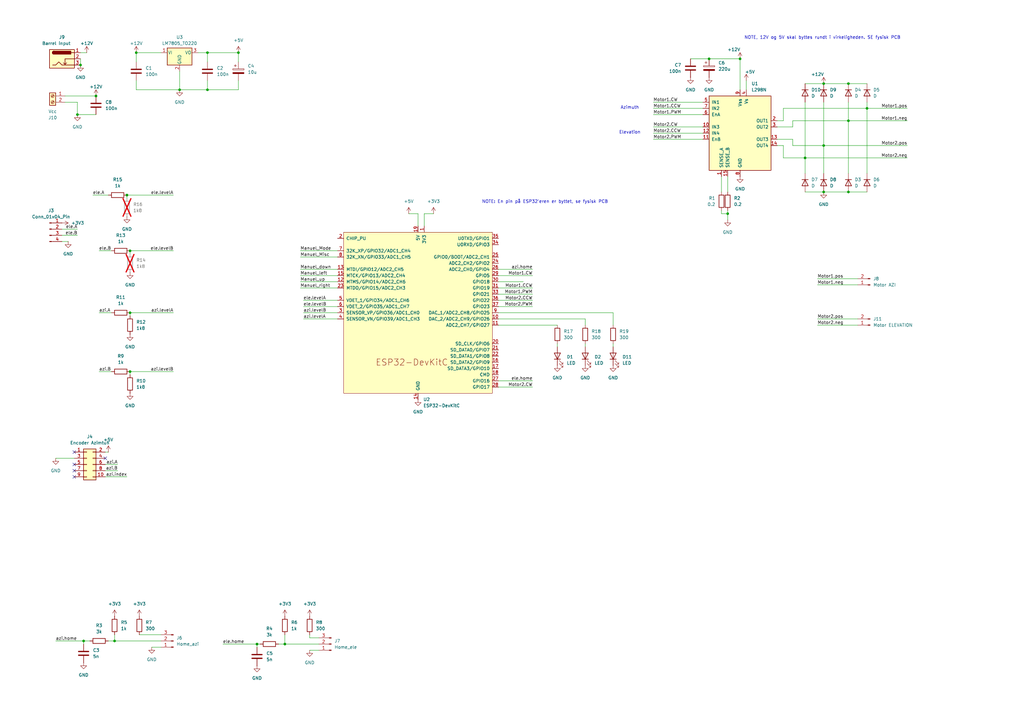
<source format=kicad_sch>
(kicad_sch (version 20250114) (generator "eeschema") (generator_version "9.0")
  (paper "A3")
  (lib_symbols
    (symbol "Connector:Barrel_Jack_Switch_Pin3Ring" (pin_names (hide yes))
      (property "Reference" "J" (at 0 5.334 0))
      (property "Value" "Barrel_Jack_Switch_Pin3Ring" (at 0 -5.08 0))
      (symbol "Barrel_Jack_Switch_Pin3Ring_0_1"
        (rectangle (start -5.08 3.81) (end 5.08 -3.81) (stroke (width 0.254)) (fill (type background)))
        (polyline (pts (xy -3.81 -2.54) (xy -2.54 -2.54) (xy -1.27 -1.27) (xy 0 -2.54) (xy 2.54 -2.54) (xy 5.08 -2.54)) (stroke (width 0.254)))
        (arc (start -3.302 1.905) (mid -3.9342 2.54) (end -3.302 3.175) (stroke (width 0.254)))
        (arc (start -3.302 1.905) (mid -3.9342 2.54) (end -3.302 3.175) (stroke (width 0.254)) (fill (type outline)))
        (polyline (pts (xy 1.27 -2.286) (xy 1.905 -1.651)) (stroke (width 0.254)))
        (rectangle (start 3.683 3.175) (end -3.302 1.905) (stroke (width 0.254)) (fill (type outline)))
        (polyline (pts (xy 5.08 2.54) (xy 3.81 2.54)) (stroke (width 0.254)))
        (polyline (pts (xy 5.08 0) (xy 1.27 0) (xy 1.27 -2.286) (xy 0.635 -1.651)) (stroke (width 0.254)))
      )
      (symbol "Barrel_Jack_Switch_Pin3Ring_1_1"
        (pin passive line (at 7.62 2.54 180) (length 2.54) (name "~") (number "1"))
        (pin passive line (at 7.62 0 180) (length 2.54) (name "~") (number "2"))
        (pin passive line (at 7.62 -2.54 180) (length 2.54) (name "~") (number "3"))
      )
    )
    (symbol "Connector:Conn_01x02_Pin" (pin_names (offset 1.016) (hide yes))
      (property "Reference" "J" (at 0 2.54 0))
      (property "Value" "Conn_01x02_Pin" (at 0 -5.08 0))
      (symbol "Conn_01x02_Pin_1_1"
        (rectangle (start 0.8636 0.127) (end 0 -0.127) (stroke (width 0.1524)) (fill (type outline)))
        (rectangle (start 0.8636 -2.413) (end 0 -2.667) (stroke (width 0.1524)) (fill (type outline)))
        (polyline (pts (xy 1.27 0) (xy 0.8636 0)) (stroke (width 0.1524)))
        (polyline (pts (xy 1.27 -2.54) (xy 0.8636 -2.54)) (stroke (width 0.1524)))
        (pin passive line (at 5.08 0 180) (length 3.81) (name "Pin_1") (number "1"))
        (pin passive line (at 5.08 -2.54 180) (length 3.81) (name "Pin_2") (number "2"))
      )
    )
    (symbol "Connector:Conn_01x03_Pin" (pin_names (offset 1.016) (hide yes))
      (property "Reference" "J" (at 0 5.08 0))
      (property "Value" "Conn_01x03_Pin" (at 0 -5.08 0))
      (symbol "Conn_01x03_Pin_1_1"
        (rectangle (start 0.8636 2.667) (end 0 2.413) (stroke (width 0.1524)) (fill (type outline)))
        (rectangle (start 0.8636 0.127) (end 0 -0.127) (stroke (width 0.1524)) (fill (type outline)))
        (rectangle (start 0.8636 -2.413) (end 0 -2.667) (stroke (width 0.1524)) (fill (type outline)))
        (polyline (pts (xy 1.27 2.54) (xy 0.8636 2.54)) (stroke (width 0.1524)))
        (polyline (pts (xy 1.27 0) (xy 0.8636 0)) (stroke (width 0.1524)))
        (polyline (pts (xy 1.27 -2.54) (xy 0.8636 -2.54)) (stroke (width 0.1524)))
        (pin passive line (at 5.08 2.54 180) (length 3.81) (name "Pin_1") (number "1"))
        (pin passive line (at 5.08 0 180) (length 3.81) (name "Pin_2") (number "2"))
        (pin passive line (at 5.08 -2.54 180) (length 3.81) (name "Pin_3") (number "3"))
      )
    )
    (symbol "Connector:Conn_01x04_Pin" (pin_names (offset 1.016) (hide yes))
      (property "Reference" "J" (at 0 5.08 0))
      (property "Value" "Conn_01x04_Pin" (at 0 -7.62 0))
      (symbol "Conn_01x04_Pin_1_1"
        (rectangle (start 0.8636 2.667) (end 0 2.413) (stroke (width 0.1524)) (fill (type outline)))
        (rectangle (start 0.8636 0.127) (end 0 -0.127) (stroke (width 0.1524)) (fill (type outline)))
        (rectangle (start 0.8636 -2.413) (end 0 -2.667) (stroke (width 0.1524)) (fill (type outline)))
        (rectangle (start 0.8636 -4.953) (end 0 -5.207) (stroke (width 0.1524)) (fill (type outline)))
        (polyline (pts (xy 1.27 2.54) (xy 0.8636 2.54)) (stroke (width 0.1524)))
        (polyline (pts (xy 1.27 0) (xy 0.8636 0)) (stroke (width 0.1524)))
        (polyline (pts (xy 1.27 -2.54) (xy 0.8636 -2.54)) (stroke (width 0.1524)))
        (polyline (pts (xy 1.27 -5.08) (xy 0.8636 -5.08)) (stroke (width 0.1524)))
        (pin passive line (at 5.08 2.54 180) (length 3.81) (name "Pin_1") (number "1"))
        (pin passive line (at 5.08 0 180) (length 3.81) (name "Pin_2") (number "2"))
        (pin passive line (at 5.08 -2.54 180) (length 3.81) (name "Pin_3") (number "3"))
        (pin passive line (at 5.08 -5.08 180) (length 3.81) (name "Pin_4") (number "4"))
      )
    )
    (symbol "Connector:Screw_Terminal_01x02" (pin_names (offset 1.016) (hide yes))
      (property "Reference" "J" (at 0 2.54 0))
      (property "Value" "Screw_Terminal_01x02" (at 0 -5.08 0))
      (symbol "Screw_Terminal_01x02_1_1"
        (rectangle (start -1.27 1.27) (end 1.27 -3.81) (stroke (width 0.254)) (fill (type background)))
        (polyline (pts (xy -0.5334 0.3302) (xy 0.3302 -0.508)) (stroke (width 0.1524)))
        (polyline (pts (xy -0.5334 -2.2098) (xy 0.3302 -3.048)) (stroke (width 0.1524)))
        (polyline (pts (xy -0.3556 0.508) (xy 0.508 -0.3302)) (stroke (width 0.1524)))
        (polyline (pts (xy -0.3556 -2.032) (xy 0.508 -2.8702)) (stroke (width 0.1524)))
        (circle (center 0 0) (radius 0.635) (stroke (width 0.1524)))
        (circle (center 0 -2.54) (radius 0.635) (stroke (width 0.1524)))
        (pin passive line (at -5.08 0 0) (length 3.81) (name "Pin_1") (number "1"))
        (pin passive line (at -5.08 -2.54 0) (length 3.81) (name "Pin_2") (number "2"))
      )
    )
    (symbol "Connector_Generic:Conn_02x05_Odd_Even" (pin_names (offset 1.016) (hide yes))
      (property "Reference" "J" (at 1.27 7.62 0))
      (property "Value" "Conn_02x05_Odd_Even" (at 1.27 -7.62 0))
      (symbol "Conn_02x05_Odd_Even_1_1"
        (rectangle (start -1.27 6.35) (end 3.81 -6.35) (stroke (width 0.254)) (fill (type background)))
        (rectangle (start -1.27 5.207) (end 0 4.953) (stroke (width 0.1524)))
        (rectangle (start -1.27 2.667) (end 0 2.413) (stroke (width 0.1524)))
        (rectangle (start -1.27 0.127) (end 0 -0.127) (stroke (width 0.1524)))
        (rectangle (start -1.27 -2.413) (end 0 -2.667) (stroke (width 0.1524)))
        (rectangle (start -1.27 -4.953) (end 0 -5.207) (stroke (width 0.1524)))
        (rectangle (start 3.81 5.207) (end 2.54 4.953) (stroke (width 0.1524)))
        (rectangle (start 3.81 2.667) (end 2.54 2.413) (stroke (width 0.1524)))
        (rectangle (start 3.81 0.127) (end 2.54 -0.127) (stroke (width 0.1524)))
        (rectangle (start 3.81 -2.413) (end 2.54 -2.667) (stroke (width 0.1524)))
        (rectangle (start 3.81 -4.953) (end 2.54 -5.207) (stroke (width 0.1524)))
        (pin passive line (at -5.08 5.08 0) (length 3.81) (name "Pin_1") (number "1"))
        (pin passive line (at -5.08 2.54 0) (length 3.81) (name "Pin_3") (number "3"))
        (pin passive line (at -5.08 0 0) (length 3.81) (name "Pin_5") (number "5"))
        (pin passive line (at -5.08 -2.54 0) (length 3.81) (name "Pin_7") (number "7"))
        (pin passive line (at -5.08 -5.08 0) (length 3.81) (name "Pin_9") (number "9"))
        (pin passive line (at 7.62 5.08 180) (length 3.81) (name "Pin_2") (number "2"))
        (pin passive line (at 7.62 2.54 180) (length 3.81) (name "Pin_4") (number "4"))
        (pin passive line (at 7.62 0 180) (length 3.81) (name "Pin_6") (number "6"))
        (pin passive line (at 7.62 -2.54 180) (length 3.81) (name "Pin_8") (number "8"))
        (pin passive line (at 7.62 -5.08 180) (length 3.81) (name "Pin_10") (number "10"))
      )
    )
    (symbol "Device:C" (pin_numbers (hide yes)) (pin_names (offset 0.254))
      (property "Reference" "C" (at 0.635 2.54 0))
      (property "Value" "C" (at 0.635 -2.54 0))
      (symbol "C_0_1"
        (polyline (pts (xy -2.032 0.762) (xy 2.032 0.762)) (stroke (width 0.508)))
        (polyline (pts (xy -2.032 -0.762) (xy 2.032 -0.762)) (stroke (width 0.508)))
      )
      (symbol "C_1_1"
        (pin passive line (at 0 3.81 270) (length 2.794) (name "~") (number "1"))
        (pin passive line (at 0 -3.81 90) (length 2.794) (name "~") (number "2"))
      )
    )
    (symbol "Device:C_Polarized" (pin_numbers (hide yes)) (pin_names (offset 0.254))
      (property "Reference" "C" (at 0.635 2.54 0))
      (property "Value" "C_Polarized" (at 0.635 -2.54 0))
      (symbol "C_Polarized_0_1"
        (rectangle (start -2.286 0.508) (end 2.286 1.016))
        (polyline (pts (xy -1.778 2.286) (xy -0.762 2.286)))
        (polyline (pts (xy -1.27 2.794) (xy -1.27 1.778)))
        (rectangle (start 2.286 -0.508) (end -2.286 -1.016) (fill (type outline)))
      )
      (symbol "C_Polarized_1_1"
        (pin passive line (at 0 3.81 270) (length 2.794) (name "~") (number "1"))
        (pin passive line (at 0 -3.81 90) (length 2.794) (name "~") (number "2"))
      )
    )
    (symbol "Device:D" (pin_numbers (hide yes)) (pin_names (offset 1.016) (hide yes))
      (property "Reference" "D" (at 0 2.54 0))
      (property "Value" "D" (at 0 -2.54 0))
      (symbol "D_0_1"
        (polyline (pts (xy -1.27 1.27) (xy -1.27 -1.27)) (stroke (width 0.254)))
        (polyline (pts (xy 1.27 1.27) (xy 1.27 -1.27) (xy -1.27 0) (xy 1.27 1.27)) (stroke (width 0.254)))
        (polyline (pts (xy 1.27 0) (xy -1.27 0)))
      )
      (symbol "D_1_1"
        (pin passive line (at -3.81 0 0) (length 2.54) (name "K") (number "1"))
        (pin passive line (at 3.81 0 180) (length 2.54) (name "A") (number "2"))
      )
    )
    (symbol "Device:LED" (pin_numbers (hide yes)) (pin_names (offset 1.016) (hide yes))
      (property "Reference" "D" (at 0 2.54 0))
      (property "Value" "LED" (at 0 -2.54 0))
      (symbol "LED_0_1"
        (polyline (pts (xy -3.048 -0.762) (xy -4.572 -2.286) (xy -3.81 -2.286) (xy -4.572 -2.286) (xy -4.572 -1.524)))
        (polyline (pts (xy -1.778 -0.762) (xy -3.302 -2.286) (xy -2.54 -2.286) (xy -3.302 -2.286) (xy -3.302 -1.524)))
        (polyline (pts (xy -1.27 0) (xy 1.27 0)))
        (polyline (pts (xy -1.27 -1.27) (xy -1.27 1.27)) (stroke (width 0.254)))
        (polyline (pts (xy 1.27 -1.27) (xy 1.27 1.27) (xy -1.27 0) (xy 1.27 -1.27)) (stroke (width 0.254)))
      )
      (symbol "LED_1_1"
        (pin passive line (at -3.81 0 0) (length 2.54) (name "K") (number "1"))
        (pin passive line (at 3.81 0 180) (length 2.54) (name "A") (number "2"))
      )
    )
    (symbol "Device:R" (pin_numbers (hide yes)) (pin_names (offset 0))
      (property "Reference" "R" (at 2.032 0 90))
      (property "Value" "R" (at 0 0 90))
      (symbol "R_0_1"
        (rectangle (start -1.016 -2.54) (end 1.016 2.54) (stroke (width 0.254)))
      )
      (symbol "R_1_1"
        (pin passive line (at 0 3.81 270) (length 1.27) (name "~") (number "1"))
        (pin passive line (at 0 -3.81 90) (length 1.27) (name "~") (number "2"))
      )
    )
    (symbol "Driver_Motor:L298N" (pin_names (offset 1.016))
      (property "Reference" "U" (at -10.16 16.51 0))
      (property "Value" "L298N" (at 12.7 16.51 0))
      (symbol "L298N_0_1"
        (rectangle (start -12.7 15.24) (end 12.7 -15.24) (stroke (width 0.254)) (fill (type background)))
      )
      (symbol "L298N_1_1"
        (pin input line (at -15.24 12.7 0) (length 2.54) (name "IN1") (number "5"))
        (pin input line (at -15.24 10.16 0) (length 2.54) (name "IN2") (number "7"))
        (pin input line (at -15.24 7.62 0) (length 2.54) (name "EnA") (number "6"))
        (pin input line (at -15.24 2.54 0) (length 2.54) (name "IN3") (number "10"))
        (pin input line (at -15.24 0 0) (length 2.54) (name "IN4") (number "12"))
        (pin input line (at -15.24 -2.54 0) (length 2.54) (name "EnB") (number "11"))
        (pin power_in line (at -7.62 -17.78 90) (length 2.54) (name "SENSE_A") (number "1"))
        (pin power_in line (at -5.08 -17.78 90) (length 2.54) (name "SENSE_B") (number "15"))
        (pin power_in line (at 0 17.78 270) (length 2.54) (name "Vss") (number "9"))
        (pin power_in line (at 0 -17.78 90) (length 2.54) (name "GND") (number "8"))
        (pin power_in line (at 2.54 17.78 270) (length 2.54) (name "Vs") (number "4"))
        (pin output line (at 15.24 5.08 180) (length 2.54) (name "OUT1") (number "2"))
        (pin output line (at 15.24 2.54 180) (length 2.54) (name "OUT2") (number "3"))
        (pin output line (at 15.24 -2.54 180) (length 2.54) (name "OUT3") (number "13"))
        (pin output line (at 15.24 -5.08 180) (length 2.54) (name "OUT4") (number "14"))
      )
    )
    (symbol "PCM_Espressif:ESP32-DevKitC" (pin_names (offset 1.016))
      (property "Reference" "U" (at -30.48 38.1 0))
      (property "Value" "ESP32-DevKitC" (at -30.48 35.56 0))
      (symbol "ESP32-DevKitC_0_0"
        (text "ESP32-DevKitC" (at -2.54 -20.32 0) (effects (font (size 2.54 2.54))))
        (pin power_in line (at 0 35.56 270) (length 2.54) (name "5V") (number "19"))
        (pin power_in line (at 0 -35.56 90) (length 2.54) (name "GND") (number "14"))
      )
      (symbol "ESP32-DevKitC_0_1"
        (rectangle (start -30.48 33.02) (end 30.48 -33.02) (fill (type background)))
      )
      (symbol "ESP32-DevKitC_1_1"
        (pin input line (at -33.02 30.48 0) (length 2.54) (name "CHIP_PU") (number "2"))
        (pin bidirectional line (at -33.02 25.4 0) (length 2.54) (name "32K_XP/GPIO32/ADC1_CH4") (number "7"))
        (pin bidirectional line (at -33.02 22.86 0) (length 2.54) (name "32K_XN/GPIO33/ADC1_CH5") (number "8"))
        (pin bidirectional line (at -33.02 17.78 0) (length 2.54) (name "MTDI/GPIO12/ADC2_CH5") (number "13"))
        (pin bidirectional line (at -33.02 15.24 0) (length 2.54) (name "MTCK/GPIO13/ADC2_CH4") (number "15"))
        (pin bidirectional line (at -33.02 12.7 0) (length 2.54) (name "MTMS/GPIO14/ADC2_CH6") (number "12"))
        (pin bidirectional line (at -33.02 10.16 0) (length 2.54) (name "MTDO/GPIO15/ADC2_CH3") (number "23"))
        (pin input line (at -33.02 5.08 0) (length 2.54) (name "VDET_1/GPIO34/ADC1_CH6") (number "5"))
        (pin input line (at -33.02 2.54 0) (length 2.54) (name "VDET_2/GPIO35/ADC1_CH7") (number "6"))
        (pin input line (at -33.02 0 0) (length 2.54) (name "SENSOR_VP/GPIO36/ADC1_CH0") (number "3"))
        (pin input line (at -33.02 -2.54 0) (length 2.54) (name "SENSOR_VN/GPIO39/ADC1_CH3") (number "4"))
        (pin passive line (at 0 -35.56 90) (length 2.54) (hide yes) (name "GND") (number "32"))
        (pin passive line (at 0 -35.56 90) (length 2.54) (hide yes) (name "GND") (number "38"))
        (pin power_in line (at 2.54 35.56 270) (length 2.54) (name "3V3") (number "1"))
        (pin bidirectional line (at 33.02 30.48 180) (length 2.54) (name "U0TXD/GPIO1") (number "35"))
        (pin bidirectional line (at 33.02 27.94 180) (length 2.54) (name "U0RXD/GPIO3") (number "34"))
        (pin bidirectional line (at 33.02 22.86 180) (length 2.54) (name "GPIO0/BOOT/ADC2_CH1") (number "25"))
        (pin bidirectional line (at 33.02 20.32 180) (length 2.54) (name "ADC2_CH2/GPIO2") (number "24"))
        (pin bidirectional line (at 33.02 17.78 180) (length 2.54) (name "ADC2_CH0/GPIO4") (number "26"))
        (pin bidirectional line (at 33.02 15.24 180) (length 2.54) (name "GPIO5") (number "29"))
        (pin bidirectional line (at 33.02 12.7 180) (length 2.54) (name "GPIO18") (number "30"))
        (pin bidirectional line (at 33.02 10.16 180) (length 2.54) (name "GPIO19") (number "31"))
        (pin bidirectional line (at 33.02 7.62 180) (length 2.54) (name "GPIO21") (number "33"))
        (pin bidirectional line (at 33.02 5.08 180) (length 2.54) (name "GPIO22") (number "36"))
        (pin bidirectional line (at 33.02 2.54 180) (length 2.54) (name "GPIO23") (number "37"))
        (pin bidirectional line (at 33.02 0 180) (length 2.54) (name "DAC_1/ADC2_CH8/GPIO25") (number "9"))
        (pin bidirectional line (at 33.02 -2.54 180) (length 2.54) (name "DAC_2/ADC2_CH9/GPIO26") (number "10"))
        (pin bidirectional line (at 33.02 -5.08 180) (length 2.54) (name "ADC2_CH7/GPIO27") (number "11"))
        (pin bidirectional line (at 33.02 -12.7 180) (length 2.54) (name "SD_CLK/GPIO6") (number "20"))
        (pin bidirectional line (at 33.02 -15.24 180) (length 2.54) (name "SD_DATA0/GPIO7") (number "21"))
        (pin bidirectional line (at 33.02 -17.78 180) (length 2.54) (name "SD_DATA1/GPIO8") (number "22"))
        (pin bidirectional line (at 33.02 -20.32 180) (length 2.54) (name "SD_DATA2/GPIO9") (number "16"))
        (pin bidirectional line (at 33.02 -22.86 180) (length 2.54) (name "SD_DATA3/GPIO10") (number "17"))
        (pin bidirectional line (at 33.02 -25.4 180) (length 2.54) (name "CMD") (number "18"))
        (pin bidirectional line (at 33.02 -27.94 180) (length 2.54) (name "GPIO16") (number "27"))
        (pin bidirectional line (at 33.02 -30.48 180) (length 2.54) (name "GPIO17") (number "28"))
      )
    )
    (symbol "Regulator_Linear:LM7805_TO220" (pin_names (offset 0.254))
      (property "Reference" "U" (at -3.81 3.175 0))
      (property "Value" "LM7805_TO220" (at 0 3.175 0))
      (symbol "LM7805_TO220_0_1"
        (rectangle (start -5.08 1.905) (end 5.08 -5.08) (stroke (width 0.254)) (fill (type background)))
      )
      (symbol "LM7805_TO220_1_1"
        (pin power_in line (at -7.62 0 0) (length 2.54) (name "VI") (number "1"))
        (pin power_in line (at 0 -7.62 90) (length 2.54) (name "GND") (number "2"))
        (pin power_out line (at 7.62 0 180) (length 2.54) (name "VO") (number "3"))
      )
    )
    (symbol "power:+12V" (power) (pin_numbers (hide yes)) (pin_names (offset 0) (hide yes))
      (property "Value" "+12V" (at 0 3.556 0))
      (symbol "+12V_0_1"
        (polyline (pts (xy -0.762 1.27) (xy 0 2.54)))
        (polyline (pts (xy 0 2.54) (xy 0.762 1.27)))
        (polyline (pts (xy 0 0) (xy 0 2.54)))
      )
      (symbol "+12V_1_1"
        (pin power_in line (at 0 0 90) (length 0) (name "~") (number "1"))
      )
    )
    (symbol "power:+3V3" (power) (pin_numbers (hide yes)) (pin_names (offset 0) (hide yes))
      (property "Value" "+3V3" (at 0 3.556 0))
      (symbol "+3V3_0_1"
        (polyline (pts (xy -0.762 1.27) (xy 0 2.54)))
        (polyline (pts (xy 0 2.54) (xy 0.762 1.27)))
        (polyline (pts (xy 0 0) (xy 0 2.54)))
      )
      (symbol "+3V3_1_1"
        (pin power_in line (at 0 0 90) (length 0) (name "~") (number "1"))
      )
    )
    (symbol "power:+5V" (power) (pin_numbers (hide yes)) (pin_names (offset 0) (hide yes))
      (property "Value" "+5V" (at 0 3.556 0))
      (symbol "+5V_0_1"
        (polyline (pts (xy -0.762 1.27) (xy 0 2.54)))
        (polyline (pts (xy 0 2.54) (xy 0.762 1.27)))
        (polyline (pts (xy 0 0) (xy 0 2.54)))
      )
      (symbol "+5V_1_1"
        (pin power_in line (at 0 0 90) (length 0) (name "~") (number "1"))
      )
    )
    (symbol "power:GND" (power) (pin_numbers (hide yes)) (pin_names (offset 0) (hide yes))
      (property "Value" "GND" (at 0 -3.81 0))
      (symbol "GND_0_1"
        (polyline (pts (xy 0 0) (xy 0 -1.27) (xy 1.27 -1.27) (xy 0 -2.54) (xy -1.27 -1.27) (xy 0 -1.27)))
      )
      (symbol "GND_1_1"
        (pin power_in line (at 0 0 270) (length 0) (name "~") (number "1"))
      )
    )
  )
  (text "NOTE, 12V og 5V skal byttes rundt i virkeligheden. SE fysisk PCB\n" (at 337.312 15.494 0) (effects (font (size 1.27 1.27))))
  (text "NOTE: En pin på ESP32'eren er byttet, se fysisk PCB\n" (at 223.52 82.804 0) (effects (font (size 1.27 1.27))))
  (text "Azimuth\n" (at 258.318 44.196 0) (effects (font (size 1.27 1.27))))
  (text "Elevation\n" (at 258.318 54.356 0) (effects (font (size 1.27 1.27))))
  (junction (at 85.09 21.59))
  (junction (at 105.41 264.16))
  (junction (at 85.09 36.83))
  (junction (at 39.37 39.37))
  (junction (at 31.75 46.99))
  (junction (at 53.34 128.27))
  (junction (at 355.6 44.45))
  (junction (at 347.98 78.74))
  (junction (at 34.29 262.89))
  (junction (at 347.98 34.29))
  (junction (at 73.66 36.83))
  (junction (at 116.84 264.16))
  (junction (at 347.98 49.53))
  (junction (at 52.07 80.01))
  (junction (at 53.34 152.4))
  (junction (at 337.82 34.29))
  (junction (at 55.88 21.59))
  (junction (at 53.34 102.87))
  (junction (at 337.82 78.74))
  (junction (at 46.99 262.89))
  (junction (at 337.82 59.69))
  (junction (at 97.79 21.59))
  (junction (at 290.83 24.13))
  (junction (at 303.53 24.13))
  (junction (at 298.45 87.63))
  (junction (at 330.2 64.77))
  (junction (at 33.02 26.67))
  (no_connect (at 30.48 193.04))
  (no_connect (at 43.18 187.96))
  (no_connect (at 30.48 190.5))
  (no_connect (at 30.48 195.58))
  (no_connect (at 30.48 185.42))
  (wire (pts (xy 298.45 72.39) (xy 298.45 78.74)))
  (wire (pts (xy 73.66 36.83) (xy 73.66 29.21)))
  (wire (pts (xy 53.34 152.4) (xy 53.34 153.67)))
  (wire (pts (xy 335.28 116.84) (xy 351.79 116.84)))
  (wire (pts (xy 330.2 34.29) (xy 337.82 34.29)))
  (wire (pts (xy 53.34 152.4) (xy 71.12 152.4)))
  (wire (pts (xy 298.45 87.63) (xy 295.91 87.63)))
  (wire (pts (xy 171.45 87.63) (xy 171.45 92.71)))
  (wire (pts (xy 27.94 99.06) (xy 25.4 99.06)))
  (wire (pts (xy 318.77 52.07) (xy 325.12 52.07)))
  (wire (pts (xy 124.46 130.81) (xy 138.43 130.81)))
  (wire (pts (xy 335.28 130.81) (xy 351.79 130.81)))
  (wire (pts (xy 123.19 115.57) (xy 138.43 115.57)))
  (wire (pts (xy 306.07 33.02) (xy 306.07 36.83)))
  (wire (pts (xy 240.03 130.81) (xy 240.03 133.35)))
  (wire (pts (xy 123.19 105.41) (xy 138.43 105.41)))
  (wire (pts (xy 123.19 110.49) (xy 138.43 110.49)))
  (wire (pts (xy 173.99 87.63) (xy 173.99 92.71)))
  (wire (pts (xy 43.18 190.5) (xy 48.26 190.5)))
  (wire (pts (xy 62.23 265.43) (xy 66.04 265.43)))
  (wire (pts (xy 43.18 193.04) (xy 48.26 193.04)))
  (wire (pts (xy 240.03 140.97) (xy 240.03 142.24)))
  (wire (pts (xy 204.47 120.65) (xy 218.44 120.65)))
  (wire (pts (xy 127 266.7) (xy 130.81 266.7)))
  (wire (pts (xy 105.41 264.16) (xy 105.41 265.43)))
  (wire (pts (xy 330.2 41.91) (xy 330.2 64.77)))
  (wire (pts (xy 85.09 21.59) (xy 97.79 21.59)))
  (wire (pts (xy 325.12 59.69) (xy 325.12 57.15)))
  (wire (pts (xy 31.75 46.99) (xy 31.75 41.91)))
  (wire (pts (xy 330.2 71.12) (xy 330.2 64.77)))
  (wire (pts (xy 22.86 187.96) (xy 30.48 187.96)))
  (wire (pts (xy 355.6 44.45) (xy 372.11 44.45)))
  (wire (pts (xy 124.46 123.19) (xy 138.43 123.19)))
  (wire (pts (xy 114.3 264.16) (xy 116.84 264.16)))
  (wire (pts (xy 53.34 128.27) (xy 71.12 128.27)))
  (wire (pts (xy 347.98 78.74) (xy 355.6 78.74)))
  (wire (pts (xy 85.09 33.02) (xy 85.09 36.83)))
  (wire (pts (xy 355.6 41.91) (xy 355.6 44.45)))
  (wire (pts (xy 31.75 41.91) (xy 26.67 41.91)))
  (wire (pts (xy 33.02 24.13) (xy 33.02 26.67)))
  (wire (pts (xy 337.82 34.29) (xy 347.98 34.29)))
  (wire (pts (xy 321.31 64.77) (xy 330.2 64.77)))
  (wire (pts (xy 66.04 262.89) (xy 46.99 262.89)))
  (wire (pts (xy 53.34 102.87) (xy 71.12 102.87)))
  (wire (pts (xy 228.6 140.97) (xy 228.6 142.24)))
  (wire (pts (xy 325.12 59.69) (xy 337.82 59.69)))
  (wire (pts (xy 52.07 80.01) (xy 52.07 81.28)))
  (wire (pts (xy 81.28 21.59) (xy 85.09 21.59)))
  (wire (pts (xy 177.8 87.63) (xy 173.99 87.63)))
  (wire (pts (xy 57.15 260.35) (xy 66.04 260.35)))
  (wire (pts (xy 321.31 59.69) (xy 321.31 64.77)))
  (wire (pts (xy 91.44 264.16) (xy 105.41 264.16)))
  (wire (pts (xy 55.88 36.83) (xy 73.66 36.83)))
  (wire (pts (xy 298.45 86.36) (xy 298.45 87.63)))
  (wire (pts (xy 337.82 59.69) (xy 337.82 71.12)))
  (wire (pts (xy 123.19 113.03) (xy 138.43 113.03)))
  (wire (pts (xy 167.64 87.63) (xy 171.45 87.63)))
  (wire (pts (xy 325.12 57.15) (xy 318.77 57.15)))
  (wire (pts (xy 267.97 41.91) (xy 288.29 41.91)))
  (wire (pts (xy 218.44 123.19) (xy 204.47 123.19)))
  (wire (pts (xy 204.47 158.75) (xy 218.44 158.75)))
  (wire (pts (xy 251.46 128.27) (xy 251.46 133.35)))
  (wire (pts (xy 267.97 44.45) (xy 288.29 44.45)))
  (wire (pts (xy 55.88 21.59) (xy 55.88 25.4)))
  (wire (pts (xy 303.53 24.13) (xy 303.53 36.83)))
  (wire (pts (xy 116.84 264.16) (xy 116.84 260.35)))
  (wire (pts (xy 123.19 102.87) (xy 138.43 102.87)))
  (wire (pts (xy 26.67 39.37) (xy 39.37 39.37)))
  (wire (pts (xy 22.86 262.89) (xy 34.29 262.89)))
  (wire (pts (xy 347.98 49.53) (xy 372.11 49.53)))
  (wire (pts (xy 204.47 128.27) (xy 251.46 128.27)))
  (wire (pts (xy 34.29 262.89) (xy 34.29 264.16)))
  (wire (pts (xy 44.45 185.42) (xy 43.18 185.42)))
  (wire (pts (xy 204.47 115.57) (xy 214.63 115.57)))
  (wire (pts (xy 204.47 156.21) (xy 218.44 156.21)))
  (wire (pts (xy 337.82 59.69) (xy 372.11 59.69)))
  (wire (pts (xy 321.31 49.53) (xy 321.31 44.45)))
  (wire (pts (xy 218.44 125.73) (xy 204.47 125.73)))
  (wire (pts (xy 318.77 59.69) (xy 321.31 59.69)))
  (wire (pts (xy 43.18 195.58) (xy 52.07 195.58)))
  (wire (pts (xy 55.88 21.59) (xy 66.04 21.59)))
  (wire (pts (xy 123.19 118.11) (xy 138.43 118.11)))
  (wire (pts (xy 283.21 24.13) (xy 290.83 24.13)))
  (wire (pts (xy 290.83 24.13) (xy 303.53 24.13)))
  (wire (pts (xy 204.47 133.35) (xy 228.6 133.35)))
  (wire (pts (xy 40.64 102.87) (xy 45.72 102.87)))
  (wire (pts (xy 105.41 264.16) (xy 106.68 264.16)))
  (wire (pts (xy 298.45 87.63) (xy 298.45 90.17)))
  (wire (pts (xy 55.88 33.02) (xy 55.88 36.83)))
  (wire (pts (xy 46.99 260.35) (xy 46.99 262.89)))
  (wire (pts (xy 355.6 44.45) (xy 355.6 71.12)))
  (wire (pts (xy 335.28 133.35) (xy 351.79 133.35)))
  (wire (pts (xy 347.98 71.12) (xy 347.98 49.53)))
  (wire (pts (xy 337.82 41.91) (xy 337.82 59.69)))
  (wire (pts (xy 204.47 110.49) (xy 218.44 110.49)))
  (wire (pts (xy 325.12 49.53) (xy 347.98 49.53)))
  (wire (pts (xy 335.28 114.3) (xy 351.79 114.3)))
  (wire (pts (xy 40.64 128.27) (xy 45.72 128.27)))
  (wire (pts (xy 97.79 33.02) (xy 97.79 36.83)))
  (wire (pts (xy 347.98 41.91) (xy 347.98 49.53)))
  (wire (pts (xy 204.47 113.03) (xy 218.44 113.03)))
  (wire (pts (xy 321.31 44.45) (xy 355.6 44.45)))
  (wire (pts (xy 267.97 46.99) (xy 288.29 46.99)))
  (wire (pts (xy 35.56 21.59) (xy 33.02 21.59)))
  (wire (pts (xy 85.09 21.59) (xy 85.09 25.4)))
  (wire (pts (xy 330.2 64.77) (xy 372.11 64.77)))
  (wire (pts (xy 52.07 80.01) (xy 71.12 80.01)))
  (wire (pts (xy 53.34 128.27) (xy 53.34 129.54)))
  (wire (pts (xy 44.45 262.89) (xy 46.99 262.89)))
  (wire (pts (xy 53.34 102.87) (xy 53.34 104.14)))
  (wire (pts (xy 337.82 78.74) (xy 347.98 78.74)))
  (wire (pts (xy 34.29 262.89) (xy 36.83 262.89)))
  (wire (pts (xy 97.79 21.59) (xy 97.79 25.4)))
  (wire (pts (xy 251.46 140.97) (xy 251.46 142.24)))
  (wire (pts (xy 31.75 96.52) (xy 25.4 96.52)))
  (wire (pts (xy 295.91 87.63) (xy 295.91 86.36)))
  (wire (pts (xy 267.97 57.15) (xy 288.29 57.15)))
  (wire (pts (xy 330.2 78.74) (xy 337.82 78.74)))
  (wire (pts (xy 347.98 34.29) (xy 355.6 34.29)))
  (wire (pts (xy 204.47 118.11) (xy 218.44 118.11)))
  (wire (pts (xy 40.64 152.4) (xy 45.72 152.4)))
  (wire (pts (xy 127 261.62) (xy 127 260.35)))
  (wire (pts (xy 124.46 128.27) (xy 138.43 128.27)))
  (wire (pts (xy 31.75 46.99) (xy 39.37 46.99)))
  (wire (pts (xy 295.91 78.74) (xy 295.91 72.39)))
  (wire (pts (xy 85.09 36.83) (xy 97.79 36.83)))
  (wire (pts (xy 318.77 49.53) (xy 321.31 49.53)))
  (wire (pts (xy 116.84 264.16) (xy 130.81 264.16)))
  (wire (pts (xy 38.1 80.01) (xy 44.45 80.01)))
  (wire (pts (xy 267.97 54.61) (xy 288.29 54.61)))
  (wire (pts (xy 124.46 125.73) (xy 138.43 125.73)))
  (wire (pts (xy 204.47 130.81) (xy 240.03 130.81)))
  (wire (pts (xy 73.66 36.83) (xy 85.09 36.83)))
  (wire (pts (xy 325.12 49.53) (xy 325.12 52.07)))
  (wire (pts (xy 31.75 93.98) (xy 25.4 93.98)))
  (wire (pts (xy 267.97 52.07) (xy 288.29 52.07)))
  (wire (pts (xy 130.81 261.62) (xy 127 261.62)))
  (label "ele.levelB" (at 124.46 125.73 0))
  (label "Motor1.neg" (at 372.11 49.53 180))
  (label "ele.levelA" (at 71.12 80.01 180))
  (label "Motor2.pos" (at 335.28 130.81 0))
  (label "Motor2.CCW" (at 218.44 123.19 180))
  (label "Motor2.CW" (at 267.97 52.07 0))
  (label "ele.B" (at 31.75 96.52 180))
  (label "Manuel_Mode" (at 123.19 102.87 0))
  (label "Motor1.neg" (at 335.28 116.84 0))
  (label "Manuel_left" (at 123.19 113.03 0))
  (label "Motor2.pos" (at 372.11 59.69 180))
  (label "Motor1.pos" (at 372.11 44.45 180))
  (label "Manuel_Misc" (at 123.19 105.41 0))
  (label "azi.B" (at 40.64 152.4 0))
  (label "ele.A" (at 38.1 80.01 0))
  (label "azi.levelB" (at 71.12 152.4 180))
  (label "ele.levelB" (at 71.12 102.87 180))
  (label "Manuel_right" (at 123.19 118.11 0))
  (label "azi.A" (at 48.26 190.5 180))
  (label "Motor1.pos" (at 335.28 114.3 0))
  (label "Motor1.CCW" (at 267.97 44.45 0))
  (label "Motor1.CCW" (at 218.44 118.11 180))
  (label "azi.index" (at 52.07 195.58 180))
  (label "ele.A" (at 31.75 93.98 180))
  (label "Motor2.PWM" (at 267.97 57.15 0))
  (label "ele.levelA" (at 124.46 123.19 0))
  (label "Manuel_down" (at 123.19 110.49 0))
  (label "Motor1.CW" (at 267.97 41.91 0))
  (label "azi.A" (at 40.64 128.27 0))
  (label "azi.home" (at 218.44 110.49 180))
  (label "Motor1.CW" (at 218.44 113.03 180))
  (label "Manuel_up" (at 123.19 115.57 0))
  (label "Motor1.PWM" (at 218.44 120.65 180))
  (label "ele.home" (at 91.44 264.16 0))
  (label "ele.B" (at 40.64 102.87 0))
  (label "Motor2.PWM" (at 218.44 125.73 180))
  (label "azi.levelA" (at 124.46 130.81 0))
  (label "azi.levelB" (at 124.46 128.27 0))
  (label "azi.levelA" (at 71.12 128.27 180))
  (label "Motor2.CCW" (at 267.97 54.61 0))
  (label "azi.B" (at 48.26 193.04 180))
  (label "ele.home" (at 218.44 156.21 180))
  (label "Motor1.PWM" (at 267.97 46.99 0))
  (label "Motor2.neg" (at 335.28 133.35 0))
  (label "Motor2.CW" (at 218.44 158.75 180))
  (label "azi.home" (at 22.86 262.89 0))
  (label "Motor2.neg" (at 372.11 64.77 180))
  (symbol (lib_id "Device:D") (at 355.6 74.93 270) (unit 1)
    (property "Reference" "D6" (at 358.14 73.6599 90) (effects (justify left)))
    (property "Value" "D" (at 358.14 76.1999 90) (effects (justify left)))
    (property "Footprint" "Diode_THT:D_A-405_P7.62mm_Horizontal" (effects (hide yes)))
    (property "Description" "Diode" (effects (hide yes)))
  )
  (symbol (lib_id "power:GND") (at 298.45 90.17 0) (unit 1)
    (property "Reference" "#PWR02" (effects (hide yes)))
    (property "Value" "GND" (at 298.45 95.25 0))
    (property "Description" "Power symbol creates a global label with name \"GND\" , ground" (effects (hide yes)))
  )
  (symbol (lib_id "power:+12V") (at 337.82 34.29 0) (unit 1)
    (property "Reference" "#PWR021" (effects (hide yes)))
    (property "Value" "+12V" (at 335.28 30.48 0))
    (property "Description" "Power symbol creates a global label with name \"+12V\"" (effects (hide yes)))
  )
  (symbol (lib_id "power:+12V") (at 303.53 24.13 0) (unit 1)
    (property "Reference" "#PWR03" (effects (hide yes)))
    (property "Value" "+12V" (at 300.99 20.32 0))
    (property "Description" "Power symbol creates a global label with name \"+12V\"" (effects (hide yes)))
  )
  (symbol (lib_id "power:+3V3") (at 177.8 87.63 0) (unit 1)
    (property "Reference" "#PWR028" (effects (hide yes)))
    (property "Value" "+3V3" (at 177.8 82.55 0))
    (property "Description" "Power symbol creates a global label with name \"+3V3\"" (effects (hide yes)))
  )
  (symbol (lib_id "power:GND") (at 22.86 187.96 0) (unit 1)
    (property "Reference" "#PWR033" (effects (hide yes)))
    (property "Value" "GND" (at 22.86 193.04 0))
    (property "Description" "Power symbol creates a global label with name \"GND\" , ground" (effects (hide yes)))
  )
  (symbol (lib_id "power:GND") (at 283.21 31.75 0) (mirror y) (unit 1)
    (property "Reference" "#PWR014" (effects (hide yes)))
    (property "Value" "GND" (at 283.21 36.83 0))
    (property "Description" "Power symbol creates a global label with name \"GND\" , ground" (effects (hide yes)))
  )
  (symbol (lib_id "Device:R") (at 52.07 85.09 180) (unit 1) (dnp yes)
    (property "Reference" "R16" (at 54.61 83.8199 0) (effects (justify right)))
    (property "Value" "1k8" (at 54.61 86.3599 0) (effects (justify right)))
    (property "Footprint" "Resistor_SMD:R_0603_1608Metric" (effects (hide yes)))
    (property "Description" "Resistor" (effects (hide yes)))
  )
  (symbol (lib_id "Device:C") (at 55.88 29.21 0) (unit 1)
    (property "Reference" "C1" (at 59.69 27.9399 0) (effects (justify left)))
    (property "Value" "100n" (at 59.69 30.4799 0) (effects (justify left)))
    (property "Footprint" "Capacitor_THT:C_Rect_L7.0mm_W3.5mm_P5.00mm" (effects (hide yes)))
    (property "Description" "Unpolarized capacitor" (effects (hide yes)))
  )
  (symbol (lib_id "power:GND") (at 27.94 99.06 0) (mirror y) (unit 1)
    (property "Reference" "#PWR032" (effects (hide yes)))
    (property "Value" "GND" (at 27.94 104.14 0))
    (property "Description" "Power symbol creates a global label with name \"GND\" , ground" (effects (hide yes)))
  )
  (symbol (lib_id "Device:R") (at 49.53 128.27 90) (unit 1)
    (property "Reference" "R11" (at 49.53 121.92 90))
    (property "Value" "1k" (at 49.53 124.46 90))
    (property "Footprint" "Resistor_SMD:R_0603_1608Metric" (effects (hide yes)))
    (property "Description" "Resistor" (effects (hide yes)))
  )
  (symbol (lib_id "power:GND") (at 53.34 161.29 0) (mirror y) (unit 1)
    (property "Reference" "#PWR023" (effects (hide yes)))
    (property "Value" "GND" (at 53.34 166.37 0))
    (property "Description" "Power symbol creates a global label with name \"GND\" , ground" (effects (hide yes)))
  )
  (symbol (lib_id "power:+5V") (at 167.64 87.63 0) (unit 1)
    (property "Reference" "#PWR022" (effects (hide yes)))
    (property "Value" "+5V" (at 167.64 82.55 0))
    (property "Description" "Power symbol creates a global label with name \"+5V\"" (effects (hide yes)))
  )
  (symbol (lib_id "Connector:Conn_01x04_Pin") (at 20.32 93.98 0) (unit 1)
    (property "Reference" "J3" (at 20.955 86.36 0))
    (property "Value" "Conn_01x04_Pin" (at 20.955 88.9 0))
    (property "Footprint" "Connector_JST:JST_XH_B4B-XH-AM_1x04_P2.50mm_Vertical" (effects (hide yes)))
    (property "Description" "Generic connector, single row, 01x04, script generated" (effects (hide yes)))
  )
  (symbol (lib_id "power:GND") (at 240.03 149.86 0) (unit 1)
    (property "Reference" "#PWR036" (effects (hide yes)))
    (property "Value" "GND" (at 240.03 154.94 0))
    (property "Description" "Power symbol creates a global label with name \"GND\" , ground" (effects (hide yes)))
  )
  (symbol (lib_id "Device:R") (at 298.45 82.55 0) (unit 1)
    (property "Reference" "R2" (at 300.99 81.2799 0) (effects (justify left)))
    (property "Value" "0.2" (at 300.99 83.8199 0) (effects (justify left)))
    (property "Footprint" "Resistor_THT:R_Axial_DIN0614_L14.3mm_D5.7mm_P20.32mm_Horizontal" (effects (hide yes)))
    (property "Description" "Resistor" (effects (hide yes)))
  )
  (symbol (lib_id "Device:C_Polarized") (at 97.79 29.21 0) (unit 1)
    (property "Reference" "C4" (at 101.6 27.0509 0) (effects (justify left)))
    (property "Value" "10u" (at 101.6 29.5909 0) (effects (justify left)))
    (property "Footprint" "Capacitor_THT:CP_Radial_D5.0mm_P2.50mm" (effects (hide yes)))
    (property "Description" "Polarized capacitor" (effects (hide yes)))
  )
  (symbol (lib_id "Device:C") (at 105.41 269.24 0) (unit 1)
    (property "Reference" "C5" (at 109.22 267.9699 0) (effects (justify left)))
    (property "Value" "5n" (at 109.22 270.5099 0) (effects (justify left)))
    (property "Footprint" "Capacitor_THT:C_Rect_L7.0mm_W2.5mm_P5.00mm" (effects (hide yes)))
    (property "Description" "Unpolarized capacitor" (effects (hide yes)))
  )
  (symbol (lib_id "power:+3V3") (at 46.99 252.73 0) (unit 1)
    (property "Reference" "#PWR029" (effects (hide yes)))
    (property "Value" "+3V3" (at 46.99 247.65 0))
    (property "Description" "Power symbol creates a global label with name \"+3V3\"" (effects (hide yes)))
  )
  (symbol (lib_id "Connector_Generic:Conn_02x05_Odd_Even") (at 35.56 190.5 0) (unit 1)
    (property "Reference" "J4" (at 36.83 179.07 0))
    (property "Value" "Encoder Azimtuh" (at 36.83 181.61 0))
    (property "Footprint" "Connector_IDC:IDC-Header_2x05_P2.54mm_Vertical" (effects (hide yes)))
    (property "Description" "Generic connector, double row, 02x05, odd/even pin numbering scheme (row 1 odd numbers, row 2 even numbers), script generated (kicad-library-utils/schlib/autogen/connector/)" (effects (hide yes)))
  )
  (symbol (lib_id "Device:C_Polarized") (at 290.83 27.94 0) (unit 1)
    (property "Reference" "C6" (at 294.64 25.7809 0) (effects (justify left)))
    (property "Value" "220u" (at 294.64 28.3209 0) (effects (justify left)))
    (property "Footprint" "Capacitor_THT:CP_Radial_D8.0mm_P5.00mm" (effects (hide yes)))
    (property "Description" "Polarized capacitor" (effects (hide yes)))
  )
  (symbol (lib_id "Device:LED") (at 251.46 146.05 90) (unit 1)
    (property "Reference" "D11" (at 255.27 146.3674 90) (effects (justify right)))
    (property "Value" "LED" (at 255.27 148.9074 90) (effects (justify right)))
    (property "Footprint" "LED_THT:LED_D5.0mm_Horizontal_O1.27mm_Z3.0mm" (effects (hide yes)))
    (property "Description" "Light emitting diode" (effects (hide yes)))
    (property "Sim.Pins" "1=K 2=A" (effects (hide yes)))
  )
  (symbol (lib_id "power:GND") (at 62.23 265.43 0) (unit 1)
    (property "Reference" "#PWR09" (effects (hide yes)))
    (property "Value" "GND" (at 62.23 270.51 0))
    (property "Description" "Power symbol creates a global label with name \"GND\" , ground" (effects (hide yes)))
  )
  (symbol (lib_id "power:GND") (at 337.82 78.74 0) (unit 1)
    (property "Reference" "#PWR020" (effects (hide yes)))
    (property "Value" "GND" (at 337.82 83.82 0))
    (property "Description" "Power symbol creates a global label with name \"GND\" , ground" (effects (hide yes)))
  )
  (symbol (lib_id "Device:D") (at 337.82 74.93 270) (unit 1)
    (property "Reference" "D8" (at 340.36 73.6599 90) (effects (justify left)))
    (property "Value" "D" (at 340.36 76.1999 90) (effects (justify left)))
    (property "Footprint" "Diode_THT:D_A-405_P7.62mm_Horizontal" (effects (hide yes)))
    (property "Description" "Diode" (effects (hide yes)))
  )
  (symbol (lib_id "Device:D") (at 330.2 74.93 270) (unit 1)
    (property "Reference" "D7" (at 332.74 73.6599 90) (effects (justify left)))
    (property "Value" "D" (at 332.74 76.1999 90) (effects (justify left)))
    (property "Footprint" "Diode_THT:D_A-405_P7.62mm_Horizontal" (effects (hide yes)))
    (property "Description" "Diode" (effects (hide yes)))
  )
  (symbol (lib_id "Device:R") (at 57.15 256.54 0) (unit 1)
    (property "Reference" "R7" (at 59.69 255.2699 0) (effects (justify left)))
    (property "Value" "300" (at 59.69 257.8099 0) (effects (justify left)))
    (property "Footprint" "Resistor_THT:R_Axial_DIN0207_L6.3mm_D2.5mm_P7.62mm_Horizontal" (effects (hide yes)))
    (property "Description" "Resistor" (effects (hide yes)))
  )
  (symbol (lib_id "power:+3V3") (at 25.4 91.44 270) (unit 1)
    (property "Reference" "#PWR031" (effects (hide yes)))
    (property "Value" "+3V3" (at 29.21 91.4399 90) (effects (justify left)))
    (property "Description" "Power symbol creates a global label with name \"+3V3\"" (effects (hide yes)))
  )
  (symbol (lib_id "Device:LED") (at 240.03 146.05 90) (unit 1)
    (property "Reference" "D2" (at 243.84 146.3674 90) (effects (justify right)))
    (property "Value" "LED" (at 243.84 148.9074 90) (effects (justify right)))
    (property "Footprint" "LED_THT:LED_D5.0mm_Horizontal_O1.27mm_Z3.0mm" (effects (hide yes)))
    (property "Description" "Light emitting diode" (effects (hide yes)))
    (property "Sim.Pins" "1=K 2=A" (effects (hide yes)))
  )
  (symbol (lib_id "Regulator_Linear:LM7805_TO220") (at 73.66 21.59 0) (unit 1)
    (property "Reference" "U3" (at 73.66 15.24 0))
    (property "Value" "LM7805_TO220" (at 73.66 17.78 0))
    (property "Footprint" "Package_TO_SOT_THT:TO-220-3_Vertical" (effects (hide yes)))
    (property "Datasheet" "https://www.onsemi.cn/PowerSolutions/document/MC7800-D.PDF" (effects (hide yes)))
    (property "Description" "Positive 1A 35V Linear Regulator, Fixed Output 5V, TO-220" (effects (hide yes)))
  )
  (symbol (lib_id "Device:R") (at 53.34 133.35 180) (unit 1)
    (property "Reference" "R12" (at 55.88 132.0799 0) (effects (justify right)))
    (property "Value" "1k8" (at 55.88 134.6199 0) (effects (justify right)))
    (property "Footprint" "Resistor_SMD:R_0603_1608Metric" (effects (hide yes)))
    (property "Description" "Resistor" (effects (hide yes)))
  )
  (symbol (lib_id "Device:C") (at 283.21 27.94 0) (mirror y) (unit 1)
    (property "Reference" "C7" (at 279.4 26.6699 0) (effects (justify left)))
    (property "Value" "100n" (at 279.4 29.2099 0) (effects (justify left)))
    (property "Footprint" "Capacitor_SMD:C_0805_2012Metric_Pad1.18x1.45mm_HandSolder" (effects (hide yes)))
    (property "Description" "Unpolarized capacitor" (effects (hide yes)))
  )
  (symbol (lib_id "Connector:Conn_01x03_Pin") (at 71.12 262.89 180) (unit 1)
    (property "Reference" "J6" (at 72.39 261.6199 0) (effects (justify right)))
    (property "Value" "Home_azi" (at 72.39 264.1599 0) (effects (justify right)))
    (property "Footprint" "Connector_JST:JST_EH_B3B-EH-A_1x03_P2.50mm_Vertical" (effects (hide yes)))
    (property "Description" "Generic connector, single row, 01x03, script generated" (effects (hide yes)))
  )
  (symbol (lib_id "Connector:Barrel_Jack_Switch_Pin3Ring") (at 25.4 24.13 0) (unit 1)
    (property "Reference" "J9" (at 25.4 15.24 0))
    (property "Value" "Barrel input" (at 23.114 17.78 0))
    (property "Footprint" "Connector_BarrelJack:BarrelJack_Horizontal" (effects (hide yes)))
    (property "Description" "DC Barrel Jack with an internal switch" (effects (hide yes)))
  )
  (symbol (lib_id "Device:R") (at 251.46 137.16 0) (unit 1)
    (property "Reference" "R19" (at 254 135.8899 0) (effects (justify left)))
    (property "Value" "300" (at 254 138.4299 0) (effects (justify left)))
    (property "Footprint" "Resistor_SMD:R_0805_2012Metric_Pad1.20x1.40mm_HandSolder" (effects (hide yes)))
    (property "Description" "Resistor" (effects (hide yes)))
  )
  (symbol (lib_id "power:+3V3") (at 57.15 252.73 0) (unit 1)
    (property "Reference" "#PWR030" (effects (hide yes)))
    (property "Value" "+3V3" (at 57.15 247.65 0))
    (property "Description" "Power symbol creates a global label with name \"+3V3\"" (effects (hide yes)))
  )
  (symbol (lib_id "Device:C") (at 85.09 29.21 0) (unit 1)
    (property "Reference" "C2" (at 88.9 27.9399 0) (effects (justify left)))
    (property "Value" "100n" (at 88.9 30.4799 0) (effects (justify left)))
    (property "Footprint" "Capacitor_THT:C_Rect_L7.0mm_W3.5mm_P5.00mm" (effects (hide yes)))
    (property "Description" "Unpolarized capacitor" (effects (hide yes)))
  )
  (symbol (lib_id "power:GND") (at 105.41 273.05 0) (unit 1)
    (property "Reference" "#PWR06" (effects (hide yes)))
    (property "Value" "GND" (at 105.41 278.13 0))
    (property "Description" "Power symbol creates a global label with name \"GND\" , ground" (effects (hide yes)))
  )
  (symbol (lib_id "power:+3V3") (at 116.84 252.73 0) (unit 1)
    (property "Reference" "#PWR018" (effects (hide yes)))
    (property "Value" "+3V3" (at 116.84 247.65 0))
    (property "Description" "Power symbol creates a global label with name \"+3V3\"" (effects (hide yes)))
  )
  (symbol (lib_id "power:GND") (at 228.6 149.86 0) (unit 1)
    (property "Reference" "#PWR035" (effects (hide yes)))
    (property "Value" "GND" (at 228.6 154.94 0))
    (property "Description" "Power symbol creates a global label with name \"GND\" , ground" (effects (hide yes)))
  )
  (symbol (lib_id "Device:R") (at 116.84 256.54 0) (unit 1)
    (property "Reference" "R6" (at 119.38 255.2699 0) (effects (justify left)))
    (property "Value" "1k" (at 119.38 257.8099 0) (effects (justify left)))
    (property "Footprint" "Resistor_THT:R_Axial_DIN0207_L6.3mm_D2.5mm_P7.62mm_Horizontal" (effects (hide yes)))
    (property "Description" "Resistor" (effects (hide yes)))
  )
  (symbol (lib_id "Device:D") (at 347.98 38.1 270) (unit 1)
    (property "Reference" "D4" (at 350.52 36.8299 90) (effects (justify left)))
    (property "Value" "D" (at 350.52 39.3699 90) (effects (justify left)))
    (property "Footprint" "Diode_THT:D_A-405_P7.62mm_Horizontal" (effects (hide yes)))
    (property "Description" "Diode" (effects (hide yes)))
  )
  (symbol (lib_id "Connector:Screw_Terminal_01x02") (at 21.59 39.37 0) (mirror y) (unit 1)
    (property "Reference" "J10" (at 21.59 48.26 0))
    (property "Value" "Vcc" (at 21.59 45.72 0))
    (property "Footprint" "TerminalBlock_Phoenix:TerminalBlock_Phoenix_MKDS-1,5-2-5.08_1x02_P5.08mm_Horizontal" (effects (hide yes)))
    (property "Description" "Generic screw terminal, single row, 01x02, script generated (kicad-library-utils/schlib/autogen/connector/)" (effects (hide yes)))
  )
  (symbol (lib_id "Device:D") (at 355.6 38.1 270) (unit 1)
    (property "Reference" "D5" (at 358.14 36.8299 90) (effects (justify left)))
    (property "Value" "D" (at 358.14 39.3699 90) (effects (justify left)))
    (property "Footprint" "Diode_THT:D_A-405_P7.62mm_Horizontal" (effects (hide yes)))
    (property "Description" "Diode" (effects (hide yes)))
  )
  (symbol (lib_id "Connector:Conn_01x03_Pin") (at 135.89 264.16 180) (unit 1)
    (property "Reference" "J7" (at 137.16 262.8899 0) (effects (justify right)))
    (property "Value" "Home_ele" (at 137.16 265.4299 0) (effects (justify right)))
    (property "Footprint" "Connector_JST:JST_EH_B3B-EH-A_1x03_P2.50mm_Vertical" (effects (hide yes)))
    (property "Description" "Generic connector, single row, 01x03, script generated" (effects (hide yes)))
  )
  (symbol (lib_id "power:GND") (at 53.34 137.16 0) (mirror y) (unit 1)
    (property "Reference" "#PWR024" (effects (hide yes)))
    (property "Value" "GND" (at 53.34 142.24 0))
    (property "Description" "Power symbol creates a global label with name \"GND\" , ground" (effects (hide yes)))
  )
  (symbol (lib_id "Device:R") (at 53.34 157.48 180) (unit 1)
    (property "Reference" "R10" (at 55.88 156.2099 0) (effects (justify right)))
    (property "Value" "1k8" (at 55.88 158.7499 0) (effects (justify right)))
    (property "Footprint" "Resistor_SMD:R_0603_1608Metric" (effects (hide yes)))
    (property "Description" "Resistor" (effects (hide yes)))
  )
  (symbol (lib_id "power:GND") (at 31.75 46.99 0) (unit 1)
    (property "Reference" "#PWR016" (effects (hide yes)))
    (property "Value" "GND" (at 31.75 52.07 0))
    (property "Description" "Power symbol creates a global label with name \"GND\" , ground" (effects (hide yes)))
  )
  (symbol (lib_id "power:GND") (at 33.02 26.67 0) (unit 1)
    (property "Reference" "#PWR010" (effects (hide yes)))
    (property "Value" "GND" (at 33.02 31.75 0))
    (property "Description" "Power symbol creates a global label with name \"GND\" , ground" (effects (hide yes)))
  )
  (symbol (lib_id "Device:R") (at 240.03 137.16 0) (unit 1)
    (property "Reference" "R18" (at 242.57 135.8899 0) (effects (justify left)))
    (property "Value" "300" (at 242.57 138.4299 0) (effects (justify left)))
    (property "Footprint" "Resistor_SMD:R_0805_2012Metric_Pad1.20x1.40mm_HandSolder" (effects (hide yes)))
    (property "Description" "Resistor" (effects (hide yes)))
  )
  (symbol (lib_id "Device:D") (at 330.2 38.1 270) (unit 1)
    (property "Reference" "D10" (at 332.74 36.8299 90) (effects (justify left)))
    (property "Value" "D" (at 332.74 39.3699 90) (effects (justify left)))
    (property "Footprint" "Diode_THT:D_A-405_P7.62mm_Horizontal" (effects (hide yes)))
    (property "Description" "Diode" (effects (hide yes)))
  )
  (symbol (lib_id "Device:R") (at 127 256.54 0) (unit 1)
    (property "Reference" "R8" (at 129.54 255.2699 0) (effects (justify left)))
    (property "Value" "300" (at 129.54 257.8099 0) (effects (justify left)))
    (property "Footprint" "Resistor_THT:R_Axial_DIN0207_L6.3mm_D2.5mm_P7.62mm_Horizontal" (effects (hide yes)))
    (property "Description" "Resistor" (effects (hide yes)))
  )
  (symbol (lib_id "power:GND") (at 290.83 31.75 0) (unit 1)
    (property "Reference" "#PWR013" (effects (hide yes)))
    (property "Value" "GND" (at 290.83 36.83 0))
    (property "Description" "Power symbol creates a global label with name \"GND\" , ground" (effects (hide yes)))
  )
  (symbol (lib_id "power:GND") (at 52.07 88.9 0) (mirror y) (unit 1)
    (property "Reference" "#PWR026" (effects (hide yes)))
    (property "Value" "GND" (at 52.07 93.98 0))
    (property "Description" "Power symbol creates a global label with name \"GND\" , ground" (effects (hide yes)))
  )
  (symbol (lib_id "power:+5V") (at 306.07 33.02 0) (unit 1)
    (property "Reference" "#PWR04" (effects (hide yes)))
    (property "Value" "+5V" (at 307.594 29.464 0))
    (property "Description" "Power symbol creates a global label with name \"+5V\"" (effects (hide yes)))
  )
  (symbol (lib_id "Device:D") (at 347.98 74.93 270) (unit 1)
    (property "Reference" "D3" (at 350.52 73.6599 90) (effects (justify left)))
    (property "Value" "D" (at 350.52 76.1999 90) (effects (justify left)))
    (property "Footprint" "Diode_THT:D_A-405_P7.62mm_Horizontal" (effects (hide yes)))
    (property "Description" "Diode" (effects (hide yes)))
  )
  (symbol (lib_id "power:GND") (at 34.29 271.78 0) (unit 1)
    (property "Reference" "#PWR05" (effects (hide yes)))
    (property "Value" "GND" (at 34.29 276.86 0))
    (property "Description" "Power symbol creates a global label with name \"GND\" , ground" (effects (hide yes)))
  )
  (symbol (lib_id "Device:R") (at 46.99 256.54 0) (unit 1)
    (property "Reference" "R5" (at 49.53 255.2699 0) (effects (justify left)))
    (property "Value" "1k" (at 49.53 257.8099 0) (effects (justify left)))
    (property "Footprint" "Resistor_THT:R_Axial_DIN0207_L6.3mm_D2.5mm_P7.62mm_Horizontal" (effects (hide yes)))
    (property "Description" "Resistor" (effects (hide yes)))
  )
  (symbol (lib_id "Device:R") (at 228.6 137.16 0) (unit 1)
    (property "Reference" "R17" (at 231.14 135.8899 0) (effects (justify left)))
    (property "Value" "300" (at 231.14 138.4299 0) (effects (justify left)))
    (property "Footprint" "Resistor_SMD:R_0805_2012Metric_Pad1.20x1.40mm_HandSolder" (effects (hide yes)))
    (property "Description" "Resistor" (effects (hide yes)))
  )
  (symbol (lib_id "Device:LED") (at 228.6 146.05 90) (unit 1)
    (property "Reference" "D1" (at 232.41 146.3674 90) (effects (justify right)))
    (property "Value" "LED" (at 232.41 148.9074 90) (effects (justify right)))
    (property "Footprint" "LED_THT:LED_D5.0mm_Horizontal_O1.27mm_Z3.0mm" (effects (hide yes)))
    (property "Description" "Light emitting diode" (effects (hide yes)))
    (property "Sim.Pins" "1=K 2=A" (effects (hide yes)))
  )
  (symbol (lib_id "Driver_Motor:L298N") (at 303.53 54.61 0) (unit 1)
    (property "Reference" "U1" (at 308.2133 34.29 0) (effects (justify left)))
    (property "Value" "L298N" (at 308.2133 36.83 0) (effects (justify left)))
    (property "Footprint" "Package_TO_SOT_THT:TO-220-15_P2.54x5.08mm_StaggerOdd_Lead4.58mm_Vertical" (effects (hide yes)))
    (property "Datasheet" "http://www.st.com/st-web-ui/static/active/en/resource/technical/document/datasheet/CD00000240.pdf" (effects (hide yes)))
    (property "Description" "Dual full bridge motor driver, up to 46V, 4A, Multiwatt15-V" (effects (hide yes)))
  )
  (symbol (lib_id "Device:R") (at 53.34 107.95 180) (unit 1) (dnp yes)
    (property "Reference" "R14" (at 55.88 106.6799 0) (effects (justify right)))
    (property "Value" "1k8" (at 55.88 109.2199 0) (effects (justify right)))
    (property "Footprint" "Resistor_SMD:R_0603_1608Metric" (effects (hide yes)))
    (property "Description" "Resistor" (effects (hide yes)))
  )
  (symbol (lib_id "Device:R") (at 49.53 152.4 90) (unit 1)
    (property "Reference" "R9" (at 49.53 146.05 90))
    (property "Value" "1k" (at 49.53 148.59 90))
    (property "Footprint" "Resistor_SMD:R_0603_1608Metric" (effects (hide yes)))
    (property "Description" "Resistor" (effects (hide yes)))
  )
  (symbol (lib_id "Device:C") (at 39.37 43.18 0) (unit 1)
    (property "Reference" "C8" (at 43.18 41.9099 0) (effects (justify left)))
    (property "Value" "100n" (at 43.18 44.4499 0) (effects (justify left)))
    (property "Footprint" "Capacitor_THT:C_Rect_L7.0mm_W2.5mm_P5.00mm" (effects (hide yes)))
    (property "Description" "Unpolarized capacitor" (effects (hide yes)))
  )
  (symbol (lib_id "Device:R") (at 49.53 102.87 90) (unit 1)
    (property "Reference" "R13" (at 49.53 96.52 90))
    (property "Value" "1k" (at 49.53 99.06 90))
    (property "Footprint" "Resistor_SMD:R_0603_1608Metric" (effects (hide yes)))
    (property "Description" "Resistor" (effects (hide yes)))
  )
  (symbol (lib_id "power:GND") (at 251.46 149.86 0) (unit 1)
    (property "Reference" "#PWR037" (effects (hide yes)))
    (property "Value" "GND" (at 251.46 154.94 0))
    (property "Description" "Power symbol creates a global label with name \"GND\" , ground" (effects (hide yes)))
  )
  (symbol (lib_id "power:GND") (at 171.45 163.83 0) (unit 1)
    (property "Reference" "#PWR027" (effects (hide yes)))
    (property "Value" "GND" (at 171.45 168.91 0))
    (property "Description" "Power symbol creates a global label with name \"GND\" , ground" (effects (hide yes)))
  )
  (symbol (lib_id "Connector:Conn_01x02_Pin") (at 356.87 116.84 180) (unit 1)
    (property "Reference" "J8" (at 358.14 114.2999 0) (effects (justify right)))
    (property "Value" "Motor AZI" (at 358.14 116.8399 0) (effects (justify right)))
    (property "Footprint" "Connector_JST:JST_XH_B2B-XH-A_1x02_P2.50mm_Vertical" (effects (hide yes)))
    (property "Description" "Generic connector, single row, 01x02, script generated" (effects (hide yes)))
  )
  (symbol (lib_id "Connector:Conn_01x02_Pin") (at 356.87 133.35 180) (unit 1)
    (property "Reference" "J11" (at 358.14 130.8099 0) (effects (justify right)))
    (property "Value" "Motor ELEVATION" (at 358.14 133.3499 0) (effects (justify right)))
    (property "Footprint" "Connector_JST:JST_XH_B2B-XH-A_1x02_P2.50mm_Vertical" (effects (hide yes)))
    (property "Description" "Generic connector, single row, 01x02, script generated" (effects (hide yes)))
  )
  (symbol (lib_id "power:+5V") (at 127 252.73 0) (unit 1)
    (property "Reference" "#PWR08" (effects (hide yes)))
    (property "Value" "+3V3" (at 127 247.65 0))
    (property "Description" "Power symbol creates a global label with name \"+5V\"" (effects (hide yes)))
  )
  (symbol (lib_id "Device:D") (at 337.82 38.1 270) (unit 1)
    (property "Reference" "D9" (at 340.36 36.8299 90) (effects (justify left)))
    (property "Value" "D" (at 340.36 39.3699 90) (effects (justify left)))
    (property "Footprint" "Diode_THT:D_A-405_P7.62mm_Horizontal" (effects (hide yes)))
    (property "Description" "Diode" (effects (hide yes)))
  )
  (symbol (lib_id "power:+3V3") (at 39.37 39.37 0) (unit 1)
    (property "Reference" "#PWR019" (effects (hide yes)))
    (property "Value" "+12V" (at 39.37 35.56 0))
    (property "Description" "Power symbol creates a global label with name \"+3V3\"" (effects (hide yes)))
  )
  (symbol (lib_id "power:+3V3") (at 55.88 21.59 0) (unit 1)
    (property "Reference" "#PWR012" (effects (hide yes)))
    (property "Value" "+12V" (at 55.88 17.78 0))
    (property "Description" "Power symbol creates a global label with name \"+3V3\"" (effects (hide yes)))
  )
  (symbol (lib_id "Device:R") (at 40.64 262.89 90) (unit 1)
    (property "Reference" "R3" (at 40.64 256.54 90))
    (property "Value" "3k" (at 40.64 259.08 90))
    (property "Footprint" "Resistor_THT:R_Axial_DIN0207_L6.3mm_D2.5mm_P7.62mm_Horizontal" (effects (hide yes)))
    (property "Description" "Resistor" (effects (hide yes)))
  )
  (symbol (lib_id "power:GND") (at 53.34 111.76 0) (mirror y) (unit 1)
    (property "Reference" "#PWR025" (effects (hide yes)))
    (property "Value" "GND" (at 53.34 116.84 0))
    (property "Description" "Power symbol creates a global label with name \"GND\" , ground" (effects (hide yes)))
  )
  (symbol (lib_id "Device:R") (at 110.49 264.16 90) (unit 1)
    (property "Reference" "R4" (at 110.49 257.81 90))
    (property "Value" "3k" (at 110.49 260.35 90))
    (property "Footprint" "Resistor_THT:R_Axial_DIN0207_L6.3mm_D2.5mm_P7.62mm_Horizontal" (effects (hide yes)))
    (property "Description" "Resistor" (effects (hide yes)))
  )
  (symbol (lib_id "power:GND") (at 127 266.7 0) (unit 1)
    (property "Reference" "#PWR07" (effects (hide yes)))
    (property "Value" "GND" (at 127 271.78 0))
    (property "Description" "Power symbol creates a global label with name \"GND\" , ground" (effects (hide yes)))
  )
  (symbol (lib_id "power:GND") (at 73.66 36.83 0) (unit 1)
    (property "Reference" "#PWR015" (effects (hide yes)))
    (property "Value" "GND" (at 73.66 41.91 0))
    (property "Description" "Power symbol creates a global label with name \"GND\" , ground" (effects (hide yes)))
  )
  (symbol (lib_id "Device:R") (at 295.91 82.55 0) (mirror y) (unit 1)
    (property "Reference" "R1" (at 293.37 81.2799 0) (effects (justify left)))
    (property "Value" "0.2" (at 293.37 83.8199 0) (effects (justify left)))
    (property "Footprint" "Resistor_THT:R_Axial_DIN0614_L14.3mm_D5.7mm_P20.32mm_Horizontal" (effects (hide yes)))
    (property "Description" "Resistor" (effects (hide yes)))
  )
  (symbol (lib_id "PCM_Espressif:ESP32-DevKitC") (at 171.45 128.27 0) (unit 1)
    (property "Reference" "U2" (at 173.5933 163.83 0) (effects (justify left)))
    (property "Value" "ESP32-DevKitC" (at 173.5933 166.37 0) (effects (justify left)))
    (property "Footprint" "PCM_Espressif:ESP32-DevKitC" (effects (hide yes)))
    (property "Datasheet" "https://docs.espressif.com/projects/esp-idf/zh_CN/latest/esp32/hw-reference/esp32/get-started-devkitc.html" (effects (hide yes)))
    (property "Description" "Development Kit" (effects (hide yes)))
  )
  (symbol (lib_id "power:+5V") (at 97.79 21.59 0) (unit 1)
    (property "Reference" "#PWR017" (effects (hide yes)))
    (property "Value" "+5V" (at 97.79 16.51 0))
    (property "Description" "Power symbol creates a global label with name \"+5V\"" (effects (hide yes)))
  )
  (symbol (lib_id "Device:C") (at 34.29 267.97 0) (unit 1)
    (property "Reference" "C3" (at 38.1 266.6999 0) (effects (justify left)))
    (property "Value" "5n" (at 38.1 269.2399 0) (effects (justify left)))
    (property "Footprint" "Capacitor_THT:C_Rect_L7.0mm_W2.5mm_P5.00mm" (effects (hide yes)))
    (property "Description" "Unpolarized capacitor" (effects (hide yes)))
  )
  (symbol (lib_id "power:+5V") (at 44.45 185.42 0) (unit 1)
    (property "Reference" "#PWR034" (effects (hide yes)))
    (property "Value" "+5V" (at 44.45 180.34 0))
    (property "Description" "Power symbol creates a global label with name \"+5V\"" (effects (hide yes)))
  )
  (symbol (lib_id "power:+3V3") (at 35.56 21.59 0) (unit 1)
    (property "Reference" "#PWR011" (effects (hide yes)))
    (property "Value" "+12V" (at 35.56 17.78 0))
    (property "Description" "Power symbol creates a global label with name \"+3V3\"" (effects (hide yes)))
  )
  (symbol (lib_id "Device:R") (at 48.26 80.01 90) (unit 1)
    (property "Reference" "R15" (at 48.26 73.66 90))
    (property "Value" "1k" (at 48.26 76.2 90))
    (property "Footprint" "Resistor_SMD:R_0603_1608Metric" (effects (hide yes)))
    (property "Description" "Resistor" (effects (hide yes)))
  )
  (symbol (lib_id "power:GND") (at 303.53 72.39 0) (unit 1)
    (property "Reference" "#PWR01" (effects (hide yes)))
    (property "Value" "GND" (at 303.53 77.47 0))
    (property "Description" "Power symbol creates a global label with name \"GND\" , ground" (effects (hide yes)))
  )
)
</source>
